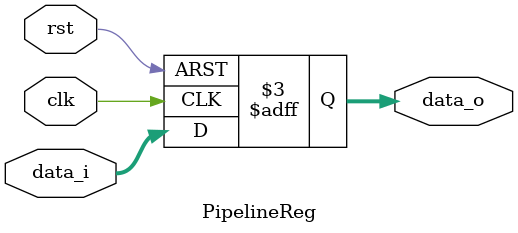
<source format=v>
module PipelineReg #(
    parameter size = 32
) 
(
    input clk,
    input rst,
    input signed [size-1:0] data_i,
    output reg signed [size-1:0] data_o
);
    always@(posedge clk, negedge rst) begin
    	if(~rst)
    		data_o <= 0;
    	else
    		data_o <= data_i;
    end
    
endmodule


</source>
